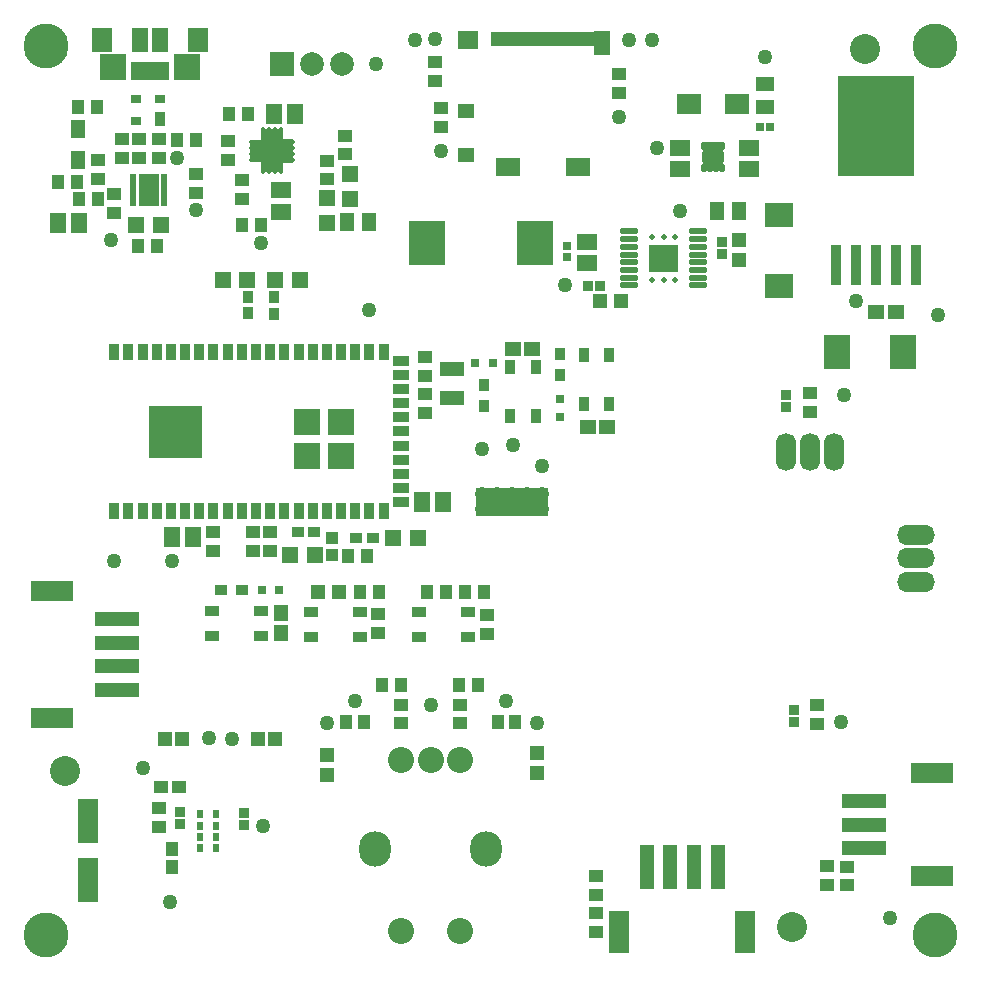
<source format=gts>
G04*
G04 #@! TF.GenerationSoftware,Altium Limited,Altium Designer,21.6.1 (37)*
G04*
G04 Layer_Color=8388736*
%FSLAX25Y25*%
%MOIN*%
G70*
G04*
G04 #@! TF.SameCoordinates,95DD4E70-6A61-474B-92DE-76CD3143066D*
G04*
G04*
G04 #@! TF.FilePolarity,Negative*
G04*
G01*
G75*
%ADD24R,0.03800X0.13800*%
%ADD25R,0.25800X0.33300*%
%ADD26R,0.03937X0.03543*%
%ADD29C,0.05000*%
G04:AMPARAMS|DCode=31|XSize=59.06mil|YSize=17.72mil|CornerRadius=1.95mil|HoleSize=0mil|Usage=FLASHONLY|Rotation=0.000|XOffset=0mil|YOffset=0mil|HoleType=Round|Shape=RoundedRectangle|*
%AMROUNDEDRECTD31*
21,1,0.05906,0.01382,0,0,0.0*
21,1,0.05516,0.01772,0,0,0.0*
1,1,0.00390,0.02758,-0.00691*
1,1,0.00390,-0.02758,-0.00691*
1,1,0.00390,-0.02758,0.00691*
1,1,0.00390,0.02758,0.00691*
%
%ADD31ROUNDEDRECTD31*%
%ADD34R,0.02362X0.02835*%
%ADD39R,0.03543X0.03937*%
%ADD46R,0.03961X0.03773*%
%ADD49R,0.03773X0.03961*%
%ADD60R,0.03985X0.04952*%
%ADD61R,0.04952X0.03985*%
%ADD67R,0.09173X0.07835*%
%ADD68R,0.02953X0.03150*%
%ADD69R,0.03150X0.02953*%
%ADD89R,0.17500X0.17300*%
%ADD90R,0.24473X0.09542*%
%ADD91R,0.02368X0.10640*%
%ADD92R,0.02363X0.10617*%
%ADD93R,0.35693X0.05083*%
%ADD94R,0.12600X0.06101*%
%ADD95R,0.07087X0.07411*%
%ADD96R,0.07101X0.03247*%
%ADD97R,0.03700X0.07924*%
%ADD98R,0.07575X0.03738*%
%ADD99R,0.03900X0.07600*%
%ADD100R,0.07600X0.03976*%
%ADD101R,0.02847X0.03005*%
%ADD102R,0.04737X0.04343*%
%ADD103R,0.03359X0.03359*%
%ADD104R,0.05524X0.05524*%
G04:AMPARAMS|DCode=105|XSize=43.43mil|YSize=70.99mil|CornerRadius=5.95mil|HoleSize=0mil|Usage=FLASHONLY|Rotation=90.000|XOffset=0mil|YOffset=0mil|HoleType=Round|Shape=RoundedRectangle|*
%AMROUNDEDRECTD105*
21,1,0.04343,0.05909,0,0,90.0*
21,1,0.03154,0.07099,0,0,90.0*
1,1,0.01190,0.02955,0.01577*
1,1,0.01190,0.02955,-0.01577*
1,1,0.01190,-0.02955,-0.01577*
1,1,0.01190,-0.02955,0.01577*
%
%ADD105ROUNDEDRECTD105*%
G04:AMPARAMS|DCode=106|XSize=17.84mil|YSize=27.69mil|CornerRadius=5.97mil|HoleSize=0mil|Usage=FLASHONLY|Rotation=180.000|XOffset=0mil|YOffset=0mil|HoleType=Round|Shape=RoundedRectangle|*
%AMROUNDEDRECTD106*
21,1,0.01784,0.01575,0,0,180.0*
21,1,0.00591,0.02769,0,0,180.0*
1,1,0.01194,-0.00295,0.00787*
1,1,0.01194,0.00295,0.00787*
1,1,0.01194,0.00295,-0.00787*
1,1,0.01194,-0.00295,-0.00787*
%
%ADD106ROUNDEDRECTD106*%
%ADD107R,0.07099X0.14580*%
%ADD108R,0.08280X0.05131*%
%ADD109R,0.07244X0.07244*%
%ADD110O,0.03898X0.01654*%
%ADD111O,0.01654X0.03898*%
%ADD112R,0.05328X0.04934*%
%ADD113R,0.05131X0.05131*%
%ADD114R,0.04343X0.04737*%
%ADD115R,0.03359X0.03359*%
%ADD116R,0.03950X0.04737*%
%ADD117R,0.04737X0.03950*%
%ADD118R,0.04540X0.04540*%
%ADD119R,0.02965X0.02965*%
%ADD120R,0.04934X0.05328*%
%ADD121R,0.06312X0.04934*%
%ADD122R,0.04934X0.06312*%
%ADD123R,0.14580X0.04737*%
%ADD124R,0.14186X0.06706*%
%ADD125R,0.08280X0.07099*%
%ADD126R,0.12020X0.14580*%
%ADD127R,0.04737X0.14580*%
%ADD128R,0.06706X0.14186*%
%ADD129R,0.14186X0.06706*%
%ADD130C,0.10000*%
%ADD131R,0.04737X0.06312*%
%ADD132R,0.03950X0.03950*%
%ADD133R,0.05524X0.05524*%
%ADD134R,0.06824X0.05564*%
%ADD135R,0.04737X0.05131*%
%ADD136R,0.06509X0.05328*%
%ADD137R,0.05328X0.06509*%
%ADD138R,0.08674X0.11430*%
%ADD139R,0.04934X0.03359*%
%ADD140R,0.03359X0.04934*%
%ADD141R,0.05524X0.08280*%
%ADD142R,0.07099X0.08280*%
%ADD143R,0.09068X0.08674*%
%ADD144R,0.02375X0.06115*%
%ADD145R,0.03556X0.03162*%
%ADD146R,0.03556X0.04737*%
%ADD147R,0.08819X0.08819*%
%ADD148R,0.08674X0.08674*%
%ADD149R,0.05524X0.03556*%
%ADD150R,0.03556X0.05524*%
%ADD151R,0.02375X0.01784*%
%ADD152R,0.07102X0.10646*%
%ADD153R,0.08280X0.06115*%
%ADD154R,0.05524X0.04737*%
%ADD155R,0.06902X0.06115*%
%ADD156R,0.04147X0.05131*%
%ADD157R,0.03753X0.05131*%
%ADD158R,0.05406X0.07887*%
%ADD159C,0.14973*%
%ADD160O,0.12612X0.06706*%
%ADD161O,0.06706X0.12612*%
%ADD162C,0.08674*%
%ADD163O,0.10642X0.11824*%
%ADD164C,0.04760*%
%ADD165C,0.07887*%
%ADD166R,0.07887X0.07887*%
%ADD167C,0.02551*%
%ADD168C,0.02000*%
%ADD169C,0.02800*%
G36*
X210357Y230512D02*
Y239212D01*
Y239252D01*
X210387Y239324D01*
X210443Y239379D01*
X210515Y239409D01*
X210554D01*
D01*
X219846D01*
X219885D01*
X219957Y239379D01*
X220012Y239324D01*
X220042Y239252D01*
Y239212D01*
D01*
Y230512D01*
Y230473D01*
X220012Y230400D01*
X219957Y230345D01*
X219885Y230315D01*
X219846D01*
D01*
X210554D01*
X210515D01*
X210443Y230345D01*
X210387Y230400D01*
X210357Y230473D01*
Y230512D01*
D01*
D02*
G37*
D24*
X272600Y232650D02*
D03*
X279300D02*
D03*
X286000D02*
D03*
X292700D02*
D03*
X299400D02*
D03*
D25*
X286000Y279100D02*
D03*
D26*
X74721Y124192D02*
D03*
X67635D02*
D03*
D29*
X306600Y216000D02*
D03*
X117140Y217534D02*
D03*
X50552Y20200D02*
D03*
X81531Y45809D02*
D03*
X112380Y87300D02*
D03*
X162800D02*
D03*
X41514Y64831D02*
D03*
X275300Y189269D02*
D03*
X274327Y80416D02*
D03*
X279300Y220700D02*
D03*
X102931Y80047D02*
D03*
X173000Y80047D02*
D03*
X137600Y85953D02*
D03*
X119200Y299709D02*
D03*
X220613Y250538D02*
D03*
X248952Y302128D02*
D03*
X63498Y74851D02*
D03*
X71400Y74700D02*
D03*
X212900Y271618D02*
D03*
X182323Y225905D02*
D03*
X174700Y165600D02*
D03*
X164841Y172687D02*
D03*
X154700Y171200D02*
D03*
X32065Y134092D02*
D03*
X51260Y133900D02*
D03*
X138850Y308026D02*
D03*
X211263Y307557D02*
D03*
X203700D02*
D03*
X132200Y307800D02*
D03*
X141100Y270505D02*
D03*
X200300Y281948D02*
D03*
X80841Y239826D02*
D03*
X59313Y250930D02*
D03*
X290700Y15100D02*
D03*
X53013Y268390D02*
D03*
X30900Y241100D02*
D03*
D31*
X226617Y243819D02*
D03*
Y241260D02*
D03*
Y238701D02*
D03*
Y236142D02*
D03*
Y233583D02*
D03*
Y231024D02*
D03*
Y228464D02*
D03*
Y225905D02*
D03*
X203783D02*
D03*
Y228464D02*
D03*
Y231024D02*
D03*
Y233583D02*
D03*
Y236142D02*
D03*
Y238701D02*
D03*
Y241260D02*
D03*
Y243819D02*
D03*
D34*
X66056Y38172D02*
D03*
Y41991D02*
D03*
Y45810D02*
D03*
Y49628D02*
D03*
X60544Y38172D02*
D03*
Y41991D02*
D03*
Y45810D02*
D03*
Y49628D02*
D03*
D39*
X180788Y203020D02*
D03*
Y195934D02*
D03*
X155304Y185552D02*
D03*
Y192639D02*
D03*
D46*
X93197Y143550D02*
D03*
X98717D02*
D03*
X112644Y141700D02*
D03*
X118165D02*
D03*
D49*
X85318Y221960D02*
D03*
Y216440D02*
D03*
X76727Y222060D02*
D03*
Y216540D02*
D03*
D60*
X51260Y31940D02*
D03*
Y38060D02*
D03*
D61*
X47540Y58500D02*
D03*
X53660D02*
D03*
D67*
X253800Y249412D02*
D03*
Y225712D02*
D03*
D68*
X180788Y181995D02*
D03*
Y187901D02*
D03*
D69*
X152351Y200119D02*
D03*
X158256D02*
D03*
X87054Y124192D02*
D03*
X81149D02*
D03*
D89*
X52450Y176950D02*
D03*
D90*
X164724Y153772D02*
D03*
D91*
X48798Y257708D02*
D03*
D92*
X38165Y257723D02*
D03*
D93*
X175554Y308042D02*
D03*
D94*
X43954Y297216D02*
D03*
D95*
X231603Y267495D02*
D03*
D96*
X231596Y272034D02*
D03*
D97*
X90000Y270500D02*
D03*
D98*
X84613Y265300D02*
D03*
D99*
X79300Y270700D02*
D03*
D100*
X84600Y276112D02*
D03*
D101*
X182823Y235326D02*
D03*
Y238869D02*
D03*
D102*
X266200Y79682D02*
D03*
Y85981D02*
D03*
X264000Y183650D02*
D03*
Y189950D02*
D03*
X138850Y294059D02*
D03*
Y300358D02*
D03*
X276300Y25824D02*
D03*
Y32124D02*
D03*
X269700Y25951D02*
D03*
Y32250D02*
D03*
X192800Y10250D02*
D03*
Y16550D02*
D03*
X192800Y28974D02*
D03*
Y22675D02*
D03*
X47000Y51749D02*
D03*
Y45450D02*
D03*
X74651Y260860D02*
D03*
Y254561D02*
D03*
X102931Y267475D02*
D03*
Y261176D02*
D03*
X109100Y269502D02*
D03*
Y275802D02*
D03*
X141100Y285018D02*
D03*
Y278719D02*
D03*
X84033Y137250D02*
D03*
Y143550D02*
D03*
X65136Y137350D02*
D03*
Y143650D02*
D03*
X78361Y137250D02*
D03*
Y143550D02*
D03*
X59313Y262987D02*
D03*
Y256688D02*
D03*
X69833Y267641D02*
D03*
Y273940D02*
D03*
X120000Y116149D02*
D03*
Y109850D02*
D03*
X200300Y296150D02*
D03*
Y289850D02*
D03*
X135800Y201971D02*
D03*
Y195672D02*
D03*
X135800Y183449D02*
D03*
Y189748D02*
D03*
X156300Y109550D02*
D03*
Y115849D02*
D03*
X26649Y267635D02*
D03*
Y261336D02*
D03*
X34515Y274690D02*
D03*
Y268391D02*
D03*
X32065Y250132D02*
D03*
Y256432D02*
D03*
X46900Y274690D02*
D03*
Y268391D02*
D03*
X40400Y274690D02*
D03*
Y268391D02*
D03*
D103*
X258526Y84268D02*
D03*
Y80331D02*
D03*
X256126Y185432D02*
D03*
Y189368D02*
D03*
X53900Y46431D02*
D03*
Y50368D02*
D03*
X234800Y236432D02*
D03*
Y240369D02*
D03*
X75200Y46031D02*
D03*
Y49968D02*
D03*
D104*
X47619Y246100D02*
D03*
X39351D02*
D03*
X90714Y135847D02*
D03*
X98982D02*
D03*
X124977Y141700D02*
D03*
X133245D02*
D03*
X85733Y227600D02*
D03*
X94001D02*
D03*
X68175Y227600D02*
D03*
X76443D02*
D03*
D105*
X231600Y268701D02*
D03*
D106*
X228647Y272442D02*
D03*
X230615D02*
D03*
X232584D02*
D03*
X234552D02*
D03*
Y264961D02*
D03*
X232584D02*
D03*
X230615D02*
D03*
X228647D02*
D03*
D107*
X23200Y47343D02*
D03*
Y27658D02*
D03*
D108*
X144600Y198121D02*
D03*
Y188279D02*
D03*
D109*
X84621Y270683D02*
D03*
D110*
X78814Y267730D02*
D03*
Y269699D02*
D03*
Y271668D02*
D03*
Y273636D02*
D03*
X90428D02*
D03*
Y271668D02*
D03*
Y269699D02*
D03*
Y267730D02*
D03*
D111*
X81668Y276490D02*
D03*
X83637D02*
D03*
X85605D02*
D03*
X87574D02*
D03*
Y264876D02*
D03*
X85605D02*
D03*
X83637D02*
D03*
X81668D02*
D03*
D112*
X286052Y216900D02*
D03*
X292548D02*
D03*
X196436Y178648D02*
D03*
X189940D02*
D03*
X171337Y204570D02*
D03*
X164841D02*
D03*
D113*
X99957Y123753D02*
D03*
X107043D02*
D03*
X201075Y220500D02*
D03*
X193988D02*
D03*
D114*
X113925Y123753D02*
D03*
X120224D02*
D03*
X153349Y92632D02*
D03*
X147050D02*
D03*
X121301Y92732D02*
D03*
X127600D02*
D03*
X76649Y283000D02*
D03*
X70350D02*
D03*
X142701Y123653D02*
D03*
X136401D02*
D03*
X155357Y123653D02*
D03*
X149058D02*
D03*
X109950Y135547D02*
D03*
X116250D02*
D03*
X74542Y246001D02*
D03*
X80841D02*
D03*
X26728Y254561D02*
D03*
X20428D02*
D03*
X40050Y239000D02*
D03*
X46350D02*
D03*
X59313Y274402D02*
D03*
X53013D02*
D03*
X13401Y260394D02*
D03*
X19700D02*
D03*
X19850Y285308D02*
D03*
X26150D02*
D03*
D115*
X193901Y225712D02*
D03*
X189964D02*
D03*
D116*
X109427Y80200D02*
D03*
X115333D02*
D03*
X165753Y80200D02*
D03*
X159847D02*
D03*
D117*
X147200Y80047D02*
D03*
Y85953D02*
D03*
X127700Y80047D02*
D03*
Y85953D02*
D03*
D118*
X85762Y74700D02*
D03*
X79856D02*
D03*
X54753Y74800D02*
D03*
X48847D02*
D03*
D119*
X247181Y278645D02*
D03*
X250724D02*
D03*
D120*
X87500Y116548D02*
D03*
Y110052D02*
D03*
D121*
X248952Y292942D02*
D03*
Y285462D02*
D03*
D122*
X117140Y247000D02*
D03*
X109660D02*
D03*
X232990Y250538D02*
D03*
X240470D02*
D03*
D123*
X281981Y53974D02*
D03*
Y46100D02*
D03*
Y38226D02*
D03*
X33100Y91026D02*
D03*
Y98900D02*
D03*
Y106774D02*
D03*
Y114648D02*
D03*
D124*
X304619Y28974D02*
D03*
Y63226D02*
D03*
D125*
X239723Y286342D02*
D03*
X223581D02*
D03*
D126*
X136317Y240030D02*
D03*
X172144D02*
D03*
D127*
X209526Y32050D02*
D03*
X217400D02*
D03*
X225274D02*
D03*
X233148D02*
D03*
D128*
X200274Y10200D02*
D03*
X242400D02*
D03*
D129*
X11250Y81774D02*
D03*
Y123900D02*
D03*
D130*
X258100Y12100D02*
D03*
X282300Y304500D02*
D03*
X15500Y64000D02*
D03*
D131*
X19850Y277958D02*
D03*
Y267722D02*
D03*
D132*
X104500Y135847D02*
D03*
Y141753D02*
D03*
D133*
X102931Y246796D02*
D03*
Y255064D02*
D03*
X110675Y254685D02*
D03*
Y262953D02*
D03*
D134*
X243510Y271618D02*
D03*
Y264603D02*
D03*
X220614Y271618D02*
D03*
Y264603D02*
D03*
X189500Y233154D02*
D03*
Y240170D02*
D03*
D135*
X240300Y234416D02*
D03*
Y241109D02*
D03*
X102900Y62754D02*
D03*
Y69446D02*
D03*
X173000Y63254D02*
D03*
Y69946D02*
D03*
D136*
X87573Y257517D02*
D03*
Y250430D02*
D03*
D137*
X92301Y283000D02*
D03*
X85214D02*
D03*
X141793Y153528D02*
D03*
X134706D02*
D03*
X51209Y141964D02*
D03*
X58296D02*
D03*
X20425Y246501D02*
D03*
X13339D02*
D03*
D138*
X272976Y203600D02*
D03*
X295024D02*
D03*
D139*
X113970Y117034D02*
D03*
X97631D02*
D03*
Y108570D02*
D03*
X113970D02*
D03*
X64616Y117454D02*
D03*
X80955D02*
D03*
Y108990D02*
D03*
X64616D02*
D03*
X149969Y108668D02*
D03*
X133631D02*
D03*
Y117132D02*
D03*
X149969D02*
D03*
D140*
X196989Y186200D02*
D03*
Y202539D02*
D03*
X188524D02*
D03*
Y186200D02*
D03*
X172536Y182301D02*
D03*
Y198639D02*
D03*
X164071D02*
D03*
Y182301D02*
D03*
D141*
X47305Y307740D02*
D03*
X40612D02*
D03*
D142*
X60100D02*
D03*
X27817D02*
D03*
D143*
X56163Y298488D02*
D03*
X31754D02*
D03*
D144*
X49076Y297209D02*
D03*
X46517D02*
D03*
X43958D02*
D03*
X41399D02*
D03*
X38840D02*
D03*
D145*
X39451Y280653D02*
D03*
Y288133D02*
D03*
X47325D02*
D03*
D146*
Y281440D02*
D03*
D147*
X48108Y181278D02*
D03*
X56841D02*
D03*
X48108Y172687D02*
D03*
X56841D02*
D03*
D148*
X96360Y180467D02*
D03*
X107600D02*
D03*
X96360Y168955D02*
D03*
X107600D02*
D03*
D149*
X127502Y158252D02*
D03*
Y200772D02*
D03*
Y196047D02*
D03*
Y191323D02*
D03*
Y186598D02*
D03*
Y181874D02*
D03*
Y177150D02*
D03*
Y172425D02*
D03*
Y167701D02*
D03*
Y162976D02*
D03*
Y153528D02*
D03*
D150*
X32065Y203543D02*
D03*
X36789D02*
D03*
X41514D02*
D03*
X46238D02*
D03*
X50963D02*
D03*
X55687D02*
D03*
X60411D02*
D03*
X65136D02*
D03*
X69860D02*
D03*
X74585D02*
D03*
X79309D02*
D03*
X84033D02*
D03*
X88758D02*
D03*
X93482D02*
D03*
X98207D02*
D03*
X102931D02*
D03*
X107656D02*
D03*
X112380D02*
D03*
X117104D02*
D03*
X121829D02*
D03*
Y150787D02*
D03*
X117104D02*
D03*
X112380D02*
D03*
X107656D02*
D03*
X102931D02*
D03*
X98207D02*
D03*
X93482D02*
D03*
X88758D02*
D03*
X84033D02*
D03*
X79309D02*
D03*
X74585D02*
D03*
X69860D02*
D03*
X65136D02*
D03*
X60411D02*
D03*
X55687D02*
D03*
X50963D02*
D03*
X46238D02*
D03*
X41514D02*
D03*
X36789D02*
D03*
X32065D02*
D03*
D151*
X38170Y262140D02*
D03*
Y260369D02*
D03*
Y258597D02*
D03*
Y256825D02*
D03*
Y255054D02*
D03*
Y253282D02*
D03*
X48800D02*
D03*
Y255054D02*
D03*
Y256825D02*
D03*
Y258597D02*
D03*
Y260369D02*
D03*
Y262140D02*
D03*
D152*
X43485Y257711D02*
D03*
D153*
X186656Y265431D02*
D03*
X163152D02*
D03*
D154*
X149372Y283837D02*
D03*
Y269270D02*
D03*
D155*
X150061Y307557D02*
D03*
D156*
X159746Y308049D02*
D03*
X164077D02*
D03*
X168407D02*
D03*
X172738D02*
D03*
X177069D02*
D03*
X181400D02*
D03*
X185730D02*
D03*
D157*
X189864D02*
D03*
D158*
X194628Y306671D02*
D03*
D159*
X9252Y9252D02*
D03*
X305709D02*
D03*
X9252Y305709D02*
D03*
X305709D02*
D03*
D160*
X299433Y127026D02*
D03*
Y142774D02*
D03*
Y134900D02*
D03*
D161*
X271874Y170333D02*
D03*
X264000D02*
D03*
X256126D02*
D03*
D162*
X147442Y67628D02*
D03*
X127757D02*
D03*
X137600D02*
D03*
X127757Y10541D02*
D03*
X147442D02*
D03*
D163*
X119096Y38100D02*
D03*
X156104D02*
D03*
D164*
X174700Y156300D02*
D03*
Y151300D02*
D03*
X164700D02*
D03*
X169700D02*
D03*
X164700Y156300D02*
D03*
X169700D02*
D03*
X159700D02*
D03*
X154700D02*
D03*
X159700Y151300D02*
D03*
X154700D02*
D03*
D165*
X108000Y299740D02*
D03*
X98000D02*
D03*
D166*
X88000D02*
D03*
D167*
X233174Y268701D02*
D03*
X230025D02*
D03*
D168*
X219137Y227775D02*
D03*
Y232500D02*
D03*
Y237224D02*
D03*
Y241949D02*
D03*
X215200Y227775D02*
D03*
Y232500D02*
D03*
Y237224D02*
D03*
Y241949D02*
D03*
X211263Y227775D02*
D03*
Y232500D02*
D03*
Y237224D02*
D03*
Y241949D02*
D03*
D169*
X45454Y257711D02*
D03*
Y254168D02*
D03*
X41517D02*
D03*
Y257711D02*
D03*
X45454Y261254D02*
D03*
X41517D02*
D03*
M02*

</source>
